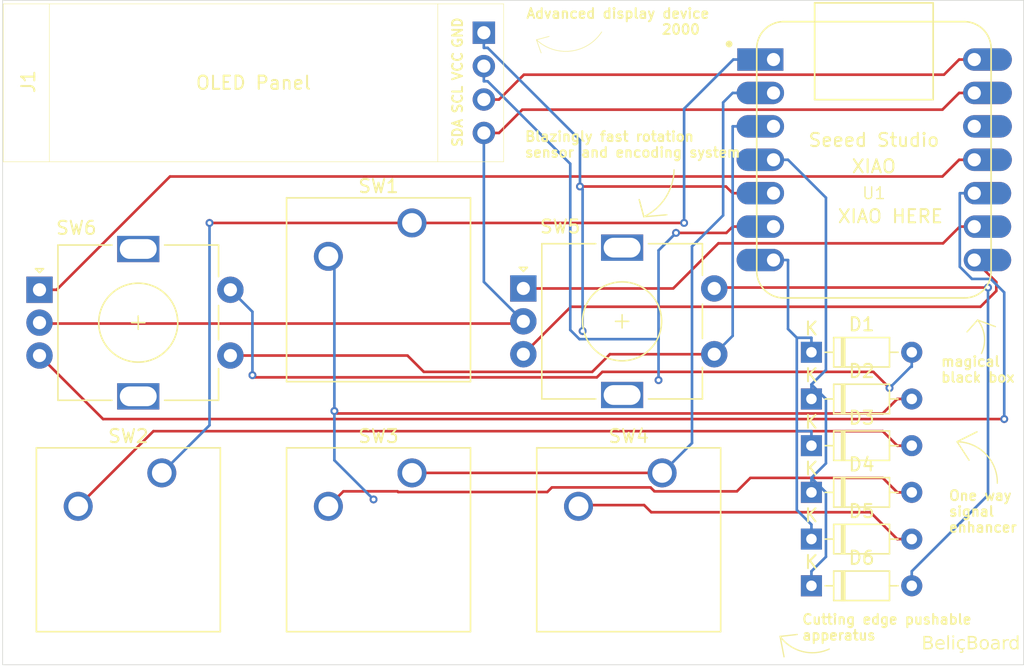
<source format=kicad_pcb>
(kicad_pcb (version 20240108) (generator "pcbnew") (generator_version "8.0")
  (layers (0 "F.Cu" signal) (31 "B.Cu" signal) (34 "B.Paste" user) (35 "F.Paste" user) (36 "B.SilkS" user "B.Silkscreen") (37 "F.SilkS" user "F.Silkscreen") (38 "B.Mask" user) (39 "F.Mask" user) (44 "Edge.Cuts" user))
  (net 0 "")
  (net 1 "Net-(D1-A)")
  (net 2 "Net-(D1-K)")
  (net 3 "Net-(D2-A)")
  (net 4 "Net-(D2-K)")
  (net 5 "Net-(D3-A)")
  (net 6 "Net-(D4-A)")
  (net 7 "Net-(D5-A)")
  (net 8 "Net-(D6-A)")
  (net 9 "Net-(J1-Pin_1)")
  (net 10 "Net-(J1-Pin_2)")
  (net 11 "VCC")
  (net 12 "GND")
  (net 13 "Net-(U1-PA02_A0_D0)")
  (net 14 "Net-(U1-PA4_A1_D1)")
  (net 15 "Net-(U1-PA10_A2_D2)")
  (net 16 "Net-(U1-PA7_A8_D8_SCK)")
  (net 17 "Net-(U1-PB09_A7_D7_RX)")
  (net 18 "Net-(U1-PA5_A9_D9_MISO)")
  (net 19 "Net-(U1-PA6_A10_D10_MOSI)")
  (footprint "Diode_THT:D_DO-35_SOD27_P7.62mm_Horizontal" (layer "F.Cu") (at 93.88 92.45)
    (property "Reference" "D5" (at 3.81 -2.12 0) (layer "F.SilkS"))
    (property "Value" "D")
    (fp_line (start 1.04 0) (end 1.69 0) (stroke (width 0.12)) (layer "F.SilkS"))
    (fp_line (start 1.69 -1.12) (end 1.69 1.12) (stroke (width 0.12)) (layer "F.SilkS"))
    (fp_line (start 1.69 1.12) (end 5.93 1.12) (stroke (width 0.12)) (layer "F.SilkS"))
    (fp_line (start 2.29 -1.12) (end 2.29 1.12) (stroke (width 0.12)) (layer "F.SilkS"))
    (fp_line (start 2.41 -1.12) (end 2.41 1.12) (stroke (width 0.12)) (layer "F.SilkS"))
    (fp_line (start 2.53 -1.12) (end 2.53 1.12) (stroke (width 0.12)) (layer "F.SilkS"))
    (fp_line (start 5.93 -1.12) (end 1.69 -1.12) (stroke (width 0.12)) (layer "F.SilkS"))
    (fp_line (start 5.93 1.12) (end 5.93 -1.12) (stroke (width 0.12)) (layer "F.SilkS"))
    (fp_line (start 6.58 0) (end 5.93 0) (stroke (width 0.12)) (layer "F.SilkS"))
    (fp_text user "K" (at 0 -1.8 0) (layer "F.SilkS"))
    (pad "1" thru_hole rect (at 0 0) (size 1.6 1.6) (drill 0.8) (layers "*.Cu" "*.Mask") (net 2 "Net-(D1-K)"))
    (pad "2" thru_hole oval (at 7.62 0) (size 1.6 1.6) (drill 0.8) (layers "*.Cu" "*.Mask") (net 7 "Net-(D5-A)"))
  )
  (footprint "Diode_THT:D_DO-35_SOD27_P7.62mm_Horizontal" (layer "F.Cu") (at 93.88 85.35)
    (property "Reference" "D3" (at 3.81 -2.12 0) (layer "F.SilkS"))
    (property "Value" "D")
    (fp_line (start 1.04 0) (end 1.69 0) (stroke (width 0.12)) (layer "F.SilkS"))
    (fp_line (start 1.69 -1.12) (end 1.69 1.12) (stroke (width 0.12)) (layer "F.SilkS"))
    (fp_line (start 1.69 1.12) (end 5.93 1.12) (stroke (width 0.12)) (layer "F.SilkS"))
    (fp_line (start 2.29 -1.12) (end 2.29 1.12) (stroke (width 0.12)) (layer "F.SilkS"))
    (fp_line (start 2.41 -1.12) (end 2.41 1.12) (stroke (width 0.12)) (layer "F.SilkS"))
    (fp_line (start 2.53 -1.12) (end 2.53 1.12) (stroke (width 0.12)) (layer "F.SilkS"))
    (fp_line (start 5.93 -1.12) (end 1.69 -1.12) (stroke (width 0.12)) (layer "F.SilkS"))
    (fp_line (start 5.93 1.12) (end 5.93 -1.12) (stroke (width 0.12)) (layer "F.SilkS"))
    (fp_line (start 6.58 0) (end 5.93 0) (stroke (width 0.12)) (layer "F.SilkS"))
    (fp_text user "K" (at 0 -1.8 0) (layer "F.SilkS"))
    (pad "1" thru_hole rect (at 0 0) (size 1.6 1.6) (drill 0.8) (layers "*.Cu" "*.Mask") (net 2 "Net-(D1-K)"))
    (pad "2" thru_hole oval (at 7.62 0) (size 1.6 1.6) (drill 0.8) (layers "*.Cu" "*.Mask") (net 5 "Net-(D3-A)"))
  )
  (footprint "Diode_THT:D_DO-35_SOD27_P7.62mm_Horizontal" (layer "F.Cu") (at 93.88 88.9)
    (property "Reference" "D4" (at 3.81 -2.12 0) (layer "F.SilkS"))
    (property "Value" "D")
    (fp_line (start 1.04 0) (end 1.69 0) (stroke (width 0.12)) (layer "F.SilkS"))
    (fp_line (start 1.69 -1.12) (end 1.69 1.12) (stroke (width 0.12)) (layer "F.SilkS"))
    (fp_line (start 1.69 1.12) (end 5.93 1.12) (stroke (width 0.12)) (layer "F.SilkS"))
    (fp_line (start 2.29 -1.12) (end 2.29 1.12) (stroke (width 0.12)) (layer "F.SilkS"))
    (fp_line (start 2.41 -1.12) (end 2.41 1.12) (stroke (width 0.12)) (layer "F.SilkS"))
    (fp_line (start 2.53 -1.12) (end 2.53 1.12) (stroke (width 0.12)) (layer "F.SilkS"))
    (fp_line (start 5.93 -1.12) (end 1.69 -1.12) (stroke (width 0.12)) (layer "F.SilkS"))
    (fp_line (start 5.93 1.12) (end 5.93 -1.12) (stroke (width 0.12)) (layer "F.SilkS"))
    (fp_line (start 6.58 0) (end 5.93 0) (stroke (width 0.12)) (layer "F.SilkS"))
    (fp_text user "K" (at 0 -1.8 0) (layer "F.SilkS"))
    (pad "1" thru_hole rect (at 0 0) (size 1.6 1.6) (drill 0.8) (layers "*.Cu" "*.Mask") (net 4 "Net-(D2-K)"))
    (pad "2" thru_hole oval (at 7.62 0) (size 1.6 1.6) (drill 0.8) (layers "*.Cu" "*.Mask") (net 6 "Net-(D4-A)"))
  )
  (footprint "Diode_THT:D_DO-35_SOD27_P7.62mm_Horizontal" (layer "F.Cu") (at 93.88 78.25)
    (property "Reference" "D1" (at 3.81 -2.12 0) (layer "F.SilkS"))
    (property "Value" "D")
    (fp_line (start 1.04 0) (end 1.69 0) (stroke (width 0.12)) (layer "F.SilkS"))
    (fp_line (start 1.69 -1.12) (end 1.69 1.12) (stroke (width 0.12)) (layer "F.SilkS"))
    (fp_line (start 1.69 1.12) (end 5.93 1.12) (stroke (width 0.12)) (layer "F.SilkS"))
    (fp_line (start 2.29 -1.12) (end 2.29 1.12) (stroke (width 0.12)) (layer "F.SilkS"))
    (fp_line (start 2.41 -1.12) (end 2.41 1.12) (stroke (width 0.12)) (layer "F.SilkS"))
    (fp_line (start 2.53 -1.12) (end 2.53 1.12) (stroke (width 0.12)) (layer "F.SilkS"))
    (fp_line (start 5.93 -1.12) (end 1.69 -1.12) (stroke (width 0.12)) (layer "F.SilkS"))
    (fp_line (start 5.93 1.12) (end 5.93 -1.12) (stroke (width 0.12)) (layer "F.SilkS"))
    (fp_line (start 6.58 0) (end 5.93 0) (stroke (width 0.12)) (layer "F.SilkS"))
    (fp_text user "K" (at 0 -1.8 0) (layer "F.SilkS"))
    (pad "1" thru_hole rect (at 0 0) (size 1.6 1.6) (drill 0.8) (layers "*.Cu" "*.Mask") (net 2 "Net-(D1-K)"))
    (pad "2" thru_hole oval (at 7.62 0) (size 1.6 1.6) (drill 0.8) (layers "*.Cu" "*.Mask") (net 1 "Net-(D1-A)"))
  )
  (footprint "Button_Switch_Keyboard:SW_Cherry_MX_1.00u_PCB" (layer "F.Cu") (at 82.54 87.42)
    (property "Reference" "SW4" (at -2.54 -2.794 0) (layer "F.SilkS"))
    (property "Value" "SW_Push_45deg")
    (fp_line (start -9.525 -1.905) (end 4.445 -1.905) (stroke (width 0.12)) (layer "F.SilkS"))
    (fp_line (start -9.525 12.065) (end -9.525 -1.905) (stroke (width 0.12)) (layer "F.SilkS"))
    (fp_line (start 4.445 -1.905) (end 4.445 12.065) (stroke (width 0.12)) (layer "F.SilkS"))
    (fp_line (start 4.445 12.065) (end -9.525 12.065) (stroke (width 0.12)) (layer "F.SilkS"))
    (pad "" np_thru_hole circle (at -7.62 5.08) (size 1.7 1.7) (drill 1.7) (layers "*.Cu" "*.Mask"))
    (pad "" np_thru_hole circle (at -2.54 5.08) (size 4 4) (drill 4) (layers "*.Cu" "*.Mask"))
    (pad "" np_thru_hole circle (at 2.54 5.08) (size 1.7 1.7) (drill 1.7) (layers "*.Cu" "*.Mask"))
    (pad "1" thru_hole circle (at 0 0) (size 2.2 2.2) (drill 1.5) (layers "*.Cu" "*.Mask") (net 14 "Net-(U1-PA4_A1_D1)"))
    (pad "2" thru_hole circle (at -6.35 2.54) (size 2.2 2.2) (drill 1.5) (layers "*.Cu" "*.Mask") (net 7 "Net-(D5-A)"))
  )
  (footprint "Button_Switch_Keyboard:SW_Cherry_MX_1.00u_PCB" (layer "F.Cu") (at 63.54 68.42)
    (property "Reference" "SW1" (at -2.54 -2.794 0) (layer "F.SilkS"))
    (property "Value" "SW_Push_45deg")
    (fp_line (start -9.525 -1.905) (end 4.445 -1.905) (stroke (width 0.12)) (layer "F.SilkS"))
    (fp_line (start -9.525 12.065) (end -9.525 -1.905) (stroke (width 0.12)) (layer "F.SilkS"))
    (fp_line (start 4.445 -1.905) (end 4.445 12.065) (stroke (width 0.12)) (layer "F.SilkS"))
    (fp_line (start 4.445 12.065) (end -9.525 12.065) (stroke (width 0.12)) (layer "F.SilkS"))
    (pad "" np_thru_hole circle (at -7.62 5.08) (size 1.7 1.7) (drill 1.7) (layers "*.Cu" "*.Mask"))
    (pad "" np_thru_hole circle (at -2.54 5.08) (size 4 4) (drill 4) (layers "*.Cu" "*.Mask"))
    (pad "" np_thru_hole circle (at 2.54 5.08) (size 1.7 1.7) (drill 1.7) (layers "*.Cu" "*.Mask"))
    (pad "1" thru_hole circle (at 0 0) (size 2.2 2.2) (drill 1.5) (layers "*.Cu" "*.Mask") (net 13 "Net-(U1-PA02_A0_D0)"))
    (pad "2" thru_hole circle (at -6.35 2.54) (size 2.2 2.2) (drill 1.5) (layers "*.Cu" "*.Mask") (net 3 "Net-(D2-A)"))
  )
  (footprint "Button_Switch_Keyboard:SW_Cherry_MX_1.00u_PCB" (layer "F.Cu") (at 44.54 87.42)
    (property "Reference" "SW2" (at -2.54 -2.794 0) (layer "F.SilkS"))
    (property "Value" "SW_Push_45deg")
    (fp_line (start -9.525 -1.905) (end 4.445 -1.905) (stroke (width 0.12)) (layer "F.SilkS"))
    (fp_line (start -9.525 12.065) (end -9.525 -1.905) (stroke (width 0.12)) (layer "F.SilkS"))
    (fp_line (start 4.445 -1.905) (end 4.445 12.065) (stroke (width 0.12)) (layer "F.SilkS"))
    (fp_line (start 4.445 12.065) (end -9.525 12.065) (stroke (width 0.12)) (layer "F.SilkS"))
    (pad "" np_thru_hole circle (at -7.62 5.08) (size 1.7 1.7) (drill 1.7) (layers "*.Cu" "*.Mask"))
    (pad "" np_thru_hole circle (at -2.54 5.08) (size 4 4) (drill 4) (layers "*.Cu" "*.Mask"))
    (pad "" np_thru_hole circle (at 2.54 5.08) (size 1.7 1.7) (drill 1.7) (layers "*.Cu" "*.Mask"))
    (pad "1" thru_hole circle (at 0 0) (size 2.2 2.2) (drill 1.5) (layers "*.Cu" "*.Mask") (net 13 "Net-(U1-PA02_A0_D0)"))
    (pad "2" thru_hole circle (at -6.35 2.54) (size 2.2 2.2) (drill 1.5) (layers "*.Cu" "*.Mask") (net 5 "Net-(D3-A)"))
  )
  (footprint "Diode_THT:D_DO-35_SOD27_P7.62mm_Horizontal" (layer "F.Cu") (at 93.88 81.8)
    (property "Reference" "D2" (at 3.81 -2.12 0) (layer "F.SilkS"))
    (property "Value" "D")
    (fp_line (start 1.04 0) (end 1.69 0) (stroke (width 0.12)) (layer "F.SilkS"))
    (fp_line (start 1.69 -1.12) (end 1.69 1.12) (stroke (width 0.12)) (layer "F.SilkS"))
    (fp_line (start 1.69 1.12) (end 5.93 1.12) (stroke (width 0.12)) (layer "F.SilkS"))
    (fp_line (start 2.29 -1.12) (end 2.29 1.12) (stroke (width 0.12)) (layer "F.SilkS"))
    (fp_line (start 2.41 -1.12) (end 2.41 1.12) (stroke (width 0.12)) (layer "F.SilkS"))
    (fp_line (start 2.53 -1.12) (end 2.53 1.12) (stroke (width 0.12)) (layer "F.SilkS"))
    (fp_line (start 5.93 -1.12) (end 1.69 -1.12) (stroke (width 0.12)) (layer "F.SilkS"))
    (fp_line (start 5.93 1.12) (end 5.93 -1.12) (stroke (width 0.12)) (layer "F.SilkS"))
    (fp_line (start 6.58 0) (end 5.93 0) (stroke (width 0.12)) (layer "F.SilkS"))
    (fp_text user "K" (at 0 -1.8 0) (layer "F.SilkS"))
    (pad "1" thru_hole rect (at 0 0) (size 1.6 1.6) (drill 0.8) (layers "*.Cu" "*.Mask") (net 4 "Net-(D2-K)"))
    (pad "2" thru_hole oval (at 7.62 0) (size 1.6 1.6) (drill 0.8) (layers "*.Cu" "*.Mask") (net 3 "Net-(D2-A)"))
  )
  (footprint "Diode_THT:D_DO-35_SOD27_P7.62mm_Horizontal" (layer "F.Cu") (at 93.88 96)
    (property "Reference" "D6" (at 3.81 -2.12 0) (layer "F.SilkS"))
    (property "Value" "D")
    (fp_line (start 1.04 0) (end 1.69 0) (stroke (width 0.12)) (layer "F.SilkS"))
    (fp_line (start 1.69 -1.12) (end 1.69 1.12) (stroke (width 0.12)) (layer "F.SilkS"))
    (fp_line (start 1.69 1.12) (end 5.93 1.12) (stroke (width 0.12)) (layer "F.SilkS"))
    (fp_line (start 2.29 -1.12) (end 2.29 1.12) (stroke (width 0.12)) (layer "F.SilkS"))
    (fp_line (start 2.41 -1.12) (end 2.41 1.12) (stroke (width 0.12)) (layer "F.SilkS"))
    (fp_line (start 2.53 -1.12) (end 2.53 1.12) (stroke (width 0.12)) (layer "F.SilkS"))
    (fp_line (start 5.93 -1.12) (end 1.69 -1.12) (stroke (width 0.12)) (layer "F.SilkS"))
    (fp_line (start 5.93 1.12) (end 5.93 -1.12) (stroke (width 0.12)) (layer "F.SilkS"))
    (fp_line (start 6.58 0) (end 5.93 0) (stroke (width 0.12)) (layer "F.SilkS"))
    (fp_text user "K" (at 0 -1.8 0) (layer "F.SilkS"))
    (pad "1" thru_hole rect (at 0 0) (size 1.6 1.6) (drill 0.8) (layers "*.Cu" "*.Mask") (net 4 "Net-(D2-K)"))
    (pad "2" thru_hole oval (at 7.62 0) (size 1.6 1.6) (drill 0.8) (layers "*.Cu" "*.Mask") (net 8 "Net-(D6-A)"))
  )
  (footprint "footprints:XIAO-Generic-Hybrid-14P-2.54-21X17.8MM" (layer "F.Cu") (at 98.625 63.62)
    (property "Reference" "U1" (at 0 2.54 0) (layer "F.SilkS") (effects (font (size 0.889 0.889) (thickness 0.1016))))
    (property "Value" "MOUDLE-SEEEDUINO-XIAO" (hide yes))
    (fp_line (start -8.9 -8.5) (end -8.9 8.5) (stroke (width 0.127)) (layer "F.SilkS"))
    (fp_line (start -6.9 10.5) (end 6.9 10.5) (stroke (width 0.127)) (layer "F.SilkS"))
    (fp_line (start -4.5 -11.92403) (end 4.5 -11.92403) (stroke (width 0.127)) (layer "F.SilkS"))
    (fp_line (start -4.5 -4.57073) (end -4.5 -11.92403) (stroke (width 0.127)) (layer "F.SilkS"))
    (fp_line (start 4.5 -11.92403) (end 4.5 -4.57073) (stroke (width 0.127)) (layer "F.SilkS"))
    (fp_line (start 4.5 -4.57073) (end -4.5 -4.57073) (stroke (width 0.127)) (layer "F.SilkS"))
    (fp_line (start 6.9 -10.49909) (end -6.9 -10.49909) (stroke (width 0.127)) (layer "F.SilkS"))
    (fp_line (start 8.9 8.5) (end 8.9 -8.5) (stroke (width 0.127)) (layer "F.SilkS"))
    (fp_arc (start -8.9 -8.5) (mid -8.301491 -9.901491) (end -6.9 -10.5) (stroke (width 0.12)) (layer "F.SilkS"))
    (fp_arc (start -6.9 10.5) (mid -8.301423 9.901423) (end -8.9 8.5) (stroke (width 0.12)) (layer "F.SilkS"))
    (fp_arc (start 6.9 -10.5) (mid 8.301494 -9.901494) (end 8.9 -8.5) (stroke (width 0.12)) (layer "F.SilkS"))
    (fp_arc (start 8.9 8.5) (mid 8.314214 9.914214) (end 6.9 10.5) (stroke (width 0.12)) (layer "F.SilkS"))
    (fp_circle (center -11 -8.8) (end -11 -9.054) (fill solid) (layer "F.SilkS"))
    (fp_poly (pts (xy -8.887715 -8.561705) (xy -8.884667 -8.610473) (xy -8.880603 -8.659494)) (stroke (width 0.0254)) (fill none) (layer "F.SilkS"))
    (fp_poly (pts (xy 8.889492 8.521574) (xy 8.887713 8.57085) (xy 8.884665 8.619618) (xy 8.880601 8.668639) (xy 8.875268 8.717407) (xy 8.868664 8.766175) (xy 8.861044 8.81469) (xy 8.852153 8.86295) (xy 8.842248 8.910955)) (stroke (width 0.0254)) (fill none) (layer "F.SilkS"))
    (fp_text user "XIAO" (at 0 0.5 0) (layer "F.SilkS"))
    (fp_text user "Seeed Studio" (at 0 -1.5 0) (layer "F.SilkS"))
    (pad "1" thru_hole rect (at -7.625 -7.62) (size 3.5 1.7) (drill 1 (offset -1 0)) (layers "*.Cu" "*.Mask") (net 13 "Net-(U1-PA02_A0_D0)"))
    (pad "2" thru_hole oval (at -7.625 -5.08) (size 3.6 1.7) (drill 1 (offset -1 0)) (layers "*.Cu" "*.Mask") (net 14 "Net-(U1-PA4_A1_D1)"))
    (pad "3" thru_hole oval (at -7.625 -2.54) (size 3.6 1.7) (drill 1 (offset -1 0)) (layers "*.Cu" "*.Mask") (net 15 "Net-(U1-PA10_A2_D2)"))
    (pad "4" thru_hole oval (at -7.625 0) (size 3.6 1.7) (drill 1 (offset -1 0)) (layers "*.Cu" "*.Mask") (net 4 "Net-(D2-K)"))
    (pad "5" thru_hole oval (at -7.625 2.54) (size 3.6 1.7) (drill 1 (offset -1 0)) (layers "*.Cu" "*.Mask") (net 9 "Net-(J1-Pin_1)"))
    (pad "6" thru_hole oval (at -7.625 5.08 180) (size 3.6 1.7) (drill 1 (offset 1 0)) (layers "*.Cu" "*.Mask") (net 10 "Net-(J1-Pin_2)"))
    (pad "7" thru_hole oval (at -7.625 7.62) (size 3.6 1.7) (drill 1 (offset -1 0)) (layers "*.Cu" "*.Mask") (net 2 "Net-(D1-K)"))
    (pad "8" thru_hole oval (at 7.625 7.62) (size 3.6 1.7) (drill 1 (offset 1 0)) (layers "*.Cu" "*.Mask") (net 17 "Net-(U1-PB09_A7_D7_RX)"))
    (pad "9" thru_hole oval (at 7.625 5.08) (size 3.6 1.7) (drill 1 (offset 1 0)) (layers "*.Cu" "*.Mask") (net 16 "Net-(U1-PA7_A8_D8_SCK)"))
    (pad "10" thru_hole oval (at 7.625 2.54) (size 3.6 1.7) (drill 1 (offset 1 0)) (layers "*.Cu" "*.Mask") (net 18 "Net-(U1-PA5_A9_D9_MISO)"))
    (pad "11" thru_hole oval (at 7.625 0) (size 3.7 1.7) (drill 1 (offset 1 0)) (layers "*.Cu" "*.Mask") (net 19 "Net-(U1-PA6_A10_D10_MOSI)"))
    (pad "12" thru_hole oval (at 7.625 -2.54) (size 3.7 1.7) (drill 1 (offset 1 0)) (layers "*.Cu" "*.Mask"))
    (pad "13" thru_hole oval (at 7.625 -5.08) (size 3.7 1.7) (drill 1 (offset 1 0)) (layers "*.Cu" "*.Mask") (net 12 "GND"))
    (pad "14" thru_hole oval (at 7.625 -7.62) (size 3.7 1.7) (drill 1 (offset 1 0)) (layers "*.Cu" "*.Mask") (net 11 "VCC"))
  )
  (footprint "KiCad-SSD1306-0.91-OLED-4pin-128x32:SSD1306-0.91-OLED-4pin-128x32" (layer "F.Cu") (at 32.5 51.77)
    (property "Reference" "J1" (at 1.9 5.91 90) (layer "F.SilkS"))
    (property "Value" "OLED_DISPLAY")
    (fp_line (start 0 0) (end 0 12) (stroke (width 0.04)) (layer "F.SilkS"))
    (fp_line (start 0 12) (end 38 12) (stroke (width 0.04)) (layer "F.SilkS"))
    (fp_line (start 3.5 0) (end 3.5 12) (stroke (width 0.04)) (layer "F.SilkS"))
    (fp_line (start 33 0) (end 33 12) (stroke (width 0.04)) (layer "F.SilkS"))
    (fp_line (start 38 0) (end 0 0) (stroke (width 0.04)) (layer "F.SilkS"))
    (fp_line (start 38 12) (end 38 0) (stroke (width 0.04)) (layer "F.SilkS"))
    (fp_text user "SCL" (at 34.5 7.27 90) (layer "F.SilkS") (effects (font (size 0.75 0.75))))
    (fp_text user "GND" (at 34.5 2.19 90) (layer "F.SilkS") (effects (font (size 0.75 0.75))))
    (fp_text user "VCC" (at 34.5 4.73 90) (layer "F.SilkS") (effects (font (size 0.75 0.75))))
    (fp_text user "OLED Panel" (at 19 6 0) (layer "F.SilkS"))
    (fp_text user "SDA" (at 34.5 9.81 90) (layer "F.SilkS") (effects (font (size 0.75 0.75))))
    (pad "1" thru_hole rect (at 36.5 2.19) (size 1.7 1.7) (drill 1) (layers "*.Cu" "*.Mask") (net 9 "Net-(J1-Pin_1)"))
    (pad "2" thru_hole oval (at 36.5 4.73) (size 1.7 1.7) (drill 1) (layers "*.Cu" "*.Mask") (net 10 "Net-(J1-Pin_2)"))
    (pad "3" thru_hole oval (at 36.5 7.27) (size 1.7 1.7) (drill 1) (layers "*.Cu" "*.Mask") (net 11 "VCC"))
    (pad "4" thru_hole oval (at 36.5 9.81) (size 1.7 1.7) (drill 1) (layers "*.Cu" "*.Mask") (net 12 "GND"))
  )
  (footprint "Button_Switch_Keyboard:SW_Cherry_MX_1.00u_PCB" (layer "F.Cu") (at 63.54 87.42)
    (property "Reference" "SW3" (at -2.54 -2.794 0) (layer "F.SilkS"))
    (property "Value" "SW_Push_45deg")
    (fp_line (start -9.525 -1.905) (end 4.445 -1.905) (stroke (width 0.12)) (layer "F.SilkS"))
    (fp_line (start -9.525 12.065) (end -9.525 -1.905) (stroke (width 0.12)) (layer "F.SilkS"))
    (fp_line (start 4.445 -1.905) (end 4.445 12.065) (stroke (width 0.12)) (layer "F.SilkS"))
    (fp_line (start 4.445 12.065) (end -9.525 12.065) (stroke (width 0.12)) (layer "F.SilkS"))
    (pad "" np_thru_hole circle (at -7.62 5.08) (size 1.7 1.7) (drill 1.7) (layers "*.Cu" "*.Mask"))
    (pad "" np_thru_hole circle (at -2.54 5.08) (size 4 4) (drill 4) (layers "*.Cu" "*.Mask"))
    (pad "" np_thru_hole circle (at 2.54 5.08) (size 1.7 1.7) (drill 1.7) (layers "*.Cu" "*.Mask"))
    (pad "1" thru_hole circle (at 0 0) (size 2.2 2.2) (drill 1.5) (layers "*.Cu" "*.Mask") (net 14 "Net-(U1-PA4_A1_D1)"))
    (pad "2" thru_hole circle (at -6.35 2.54) (size 2.2 2.2) (drill 1.5) (layers "*.Cu" "*.Mask") (net 6 "Net-(D4-A)"))
  )
  (footprint "Rotary_Encoder:RotaryEncoder_Alps_EC11E-Switch_Vertical_H20mm" (layer "F.Cu") (at 72 73.4)
    (property "Reference" "SW5" (at 2.8 -4.7 0) (layer "F.SilkS"))
    (property "Value" "RotaryEncoder_Switch")
    (fp_line (start -0.3 -1.6) (end 0.3 -1.6) (stroke (width 0.12)) (layer "F.SilkS"))
    (fp_line (start 0 -1.3) (end -0.3 -1.6) (stroke (width 0.12)) (layer "F.SilkS"))
    (fp_line (start 0.3 -1.6) (end 0 -1.3) (stroke (width 0.12)) (layer "F.SilkS"))
    (fp_line (start 1.4 -3.4) (end 1.4 8.4) (stroke (width 0.12)) (layer "F.SilkS"))
    (fp_line (start 5.5 -3.4) (end 1.4 -3.4) (stroke (width 0.12)) (layer "F.SilkS"))
    (fp_line (start 5.5 8.4) (end 1.4 8.4) (stroke (width 0.12)) (layer "F.SilkS"))
    (fp_line (start 7 2.5) (end 8 2.5) (stroke (width 0.12)) (layer "F.SilkS"))
    (fp_line (start 7.5 2) (end 7.5 3) (stroke (width 0.12)) (layer "F.SilkS"))
    (fp_line (start 9.5 -3.4) (end 13.6 -3.4) (stroke (width 0.12)) (layer "F.SilkS"))
    (fp_line (start 13.6 -3.4) (end 13.6 -1) (stroke (width 0.12)) (layer "F.SilkS"))
    (fp_line (start 13.6 1.2) (end 13.6 3.8) (stroke (width 0.12)) (layer "F.SilkS"))
    (fp_line (start 13.6 6) (end 13.6 8.4) (stroke (width 0.12)) (layer "F.SilkS"))
    (fp_line (start 13.6 8.4) (end 9.5 8.4) (stroke (width 0.12)) (layer "F.SilkS"))
    (fp_circle (center 7.5 2.5) (end 10.5 2.5) (stroke (width 0.12)) (fill none) (layer "F.SilkS"))
    (pad "A" thru_hole rect (at 0 0) (size 2 2) (drill 1) (layers "*.Cu" "*.Mask") (net 16 "Net-(U1-PA7_A8_D8_SCK)"))
    (pad "B" thru_hole circle (at 0 5) (size 2 2) (drill 1) (layers "*.Cu" "*.Mask") (net 17 "Net-(U1-PB09_A7_D7_RX)"))
    (pad "C" thru_hole circle (at 0 2.5) (size 2 2) (drill 1) (layers "*.Cu" "*.Mask") (net 12 "GND"))
    (pad "MP" thru_hole rect (at 7.5 -3.1) (size 3.2 2) (drill oval 2.8 1.5) (layers "*.Cu" "*.Mask"))
    (pad "MP" thru_hole rect (at 7.5 8.1) (size 3.2 2) (drill oval 2.8 1.5) (layers "*.Cu" "*.Mask"))
    (pad "S1" thru_hole circle (at 14.5 5) (size 2 2) (drill 1) (layers "*.Cu" "*.Mask") (net 15 "Net-(U1-PA10_A2_D2)"))
    (pad "S2" thru_hole circle (at 14.5 0) (size 2 2) (drill 1) (layers "*.Cu" "*.Mask") (net 8 "Net-(D6-A)"))
  )
  (footprint "Rotary_Encoder:RotaryEncoder_Alps_EC11E-Switch_Vertical_H20mm" (layer "F.Cu") (at 35.25 73.5)
    (property "Reference" "SW6" (at 2.8 -4.7 0) (layer "F.SilkS"))
    (property "Value" "RotaryEncoder_Switch")
    (fp_line (start -0.3 -1.6) (end 0.3 -1.6) (stroke (width 0.12)) (layer "F.SilkS"))
    (fp_line (start 0 -1.3) (end -0.3 -1.6) (stroke (width 0.12)) (layer "F.SilkS"))
    (fp_line (start 0.3 -1.6) (end 0 -1.3) (stroke (width 0.12)) (layer "F.SilkS"))
    (fp_line (start 1.4 -3.4) (end 1.4 8.4) (stroke (width 0.12)) (layer "F.SilkS"))
    (fp_line (start 5.5 -3.4) (end 1.4 -3.4) (stroke (width 0.12)) (layer "F.SilkS"))
    (fp_line (start 5.5 8.4) (end 1.4 8.4) (stroke (width 0.12)) (layer "F.SilkS"))
    (fp_line (start 7 2.5) (end 8 2.5) (stroke (width 0.12)) (layer "F.SilkS"))
    (fp_line (start 7.5 2) (end 7.5 3) (stroke (width 0.12)) (layer "F.SilkS"))
    (fp_line (start 9.5 -3.4) (end 13.6 -3.4) (stroke (width 0.12)) (layer "F.SilkS"))
    (fp_line (start 13.6 -3.4) (end 13.6 -1) (stroke (width 0.12)) (layer "F.SilkS"))
    (fp_line (start 13.6 1.2) (end 13.6 3.8) (stroke (width 0.12)) (layer "F.SilkS"))
    (fp_line (start 13.6 6) (end 13.6 8.4) (stroke (width 0.12)) (layer "F.SilkS"))
    (fp_line (start 13.6 8.4) (end 9.5 8.4) (stroke (width 0.12)) (layer "F.SilkS"))
    (fp_circle (center 7.5 2.5) (end 10.5 2.5) (stroke (width 0.12)) (fill none) (layer "F.SilkS"))
    (pad "A" thru_hole rect (at 0 0) (size 2 2) (drill 1) (layers "*.Cu" "*.Mask") (net 19 "Net-(U1-PA6_A10_D10_MOSI)"))
    (pad "B" thru_hole circle (at 0 5) (size 2 2) (drill 1) (layers "*.Cu" "*.Mask") (net 18 "Net-(U1-PA5_A9_D9_MISO)"))
    (pad "C" thru_hole circle (at 0 2.5) (size 2 2) (drill 1) (layers "*.Cu" "*.Mask") (net 12 "GND"))
    (pad "MP" thru_hole rect (at 7.5 -3.1) (size 3.2 2) (drill oval 2.8 1.5) (layers "*.Cu" "*.Mask"))
    (pad "MP" thru_hole rect (at 7.5 8.1) (size 3.2 2) (drill oval 2.8 1.5) (layers "*.Cu" "*.Mask"))
    (pad "S1" thru_hole circle (at 14.5 5) (size 2 2) (drill 1) (layers "*.Cu" "*.Mask") (net 15 "Net-(U1-PA10_A2_D2)"))
    (pad "S2" thru_hole circle (at 14.5 0) (size 2 2) (drill 1) (layers "*.Cu" "*.Mask") (net 1 "Net-(D1-A)"))
  )
  (gr_arc (start 77.95 53.9) (mid 75.612159 55.355675) (end 72.994921 54.498614) (stroke (width 0.05)) (layer "F.SilkS"))
  (gr_line (start 91.5 99.85) (end 91.8 101.4) (stroke (width 0.1)) (layer "F.SilkS"))
  (gr_line (start 91.5 99.85) (end 92.8 99.7) (stroke (width 0.1)) (layer "F.SilkS"))
  (gr_line (start 81.15 67.949999) (end 82.9 67.8) (stroke (width 0.1)) (layer "F.SilkS"))
  (gr_arc (start 104.943663 85.049904) (mid 107.12518 85.991049) (end 108 88.2) (stroke (width 0.1)) (layer "F.SilkS"))
  (gr_arc (start 95.230242 100.807441) (mid 93.194185 100.994698) (end 91.5 99.85) (stroke (width 0.1)) (layer "F.SilkS"))
  (gr_line (start 72.994921 54.498614) (end 73.961045 54.240537) (stroke (width 0.05)) (layer "F.SilkS"))
  (gr_line (start 106.5 75.8) (end 105.699993 76.699993) (stroke (width 0.1)) (layer "F.SilkS"))
  (gr_line (start 72.994921 54.498614) (end 73.35 55.5) (stroke (width 0.05)) (layer "F.SilkS"))
  (gr_line (start 106.45 84.3) (end 104.943663 85.049904) (stroke (width 0.1)) (layer "F.SilkS"))
  (gr_line (start 106.5 75.8) (end 107.85 76.3) (stroke (width 0.1)) (layer "F.SilkS"))
  (gr_line (start 80.8 66.65) (end 81.149989 67.950002) (stroke (width 0.1)) (layer "F.SilkS"))
  (gr_arc (start 83.447029 64.380935) (mid 82.803812 66.490674) (end 81.15 67.949999) (stroke (width 0.1)) (layer "F.SilkS"))
  (gr_line (start 104.943663 85.049904) (end 106.45 84.3) (stroke (width 0.1)) (layer "F.SilkS"))
  (gr_line (start 104.943663 85.049904) (end 105.85 86.45) (stroke (width 0.1)) (layer "F.SilkS"))
  (gr_arc (start 106.5 75.8) (mid 107.016085 77.02772) (end 106.792359 78.340575) (stroke (width 0.1)) (layer "F.SilkS"))
  (gr_line (start 81.15 67.949999) (end 80.8 66.65) (stroke (width 0.1)) (layer "F.SilkS"))
  (gr_rect (start 32.45 51.5) (end 110 102) (stroke (width 0.05)) (fill none) (layer "Edge.Cuts"))
  (gr_text "Advanced display device \n                  2000" (at 72.15 54.15 0) (layer "F.SilkS") (effects (font (size 0.75 0.75)) (justify left bottom)))
  (gr_text "XIAO HERE\n" (at 95.8 68.5 0) (layer "F.SilkS") (effects (font (size 1 1)) (justify left bottom)))
  (gr_text "One way\nsignal\nenhancer" (at 104.25 92 0) (layer "F.SilkS") (effects (font (size 0.75 0.75)) (justify left bottom)))
  (gr_text "BeliçBoard" (at 102.25 101 0) (layer "F.SilkS") (effects (font (size 1 1)) (justify left bottom)))
  (gr_text "magical\nblack box" (at 103.65 80.6 0) (layer "F.SilkS") (effects (font (size 0.75 0.75)) (justify left bottom)))
  (gr_text "Blazingly fast rotation\nsensor and encoding system" (at 72.05 63.5 0) (layer "F.SilkS") (effects (font (size 0.75 0.75)) (justify left bottom)))
  (gr_text "Cutting edge pushable\napperatus" (at 93.1 100.2 0) (layer "F.SilkS") (effects (font (size 0.75 0.75)) (justify left bottom)))
  (segment (start 99.81 80.9675) (end 98.5838 79.7413) (width 0.2) (layer "F.Cu") (net 1))
  (segment (start 77.5854 80.1558) (end 51.5869 80.1558) (width 0.2) (layer "F.Cu") (net 1))
  (segment (start 77.9999 79.7413) (end 77.5854 80.1558) (width 0.2) (layer "F.Cu") (net 1))
  (segment (start 98.5838 79.7413) (end 77.9999 79.7413) (width 0.2) (layer "F.Cu") (net 1))
  (segment (start 51.5869 80.1558) (end 51.4223 79.9912) (width 0.2) (layer "F.Cu") (net 1))
  (via (at 99.81 80.9675) (size 0.6) (drill 0.3) (layers "F.Cu" "B.Cu") (net 1))
  (via (at 51.4223 79.9912) (size 0.6) (drill 0.3) (layers "F.Cu" "B.Cu") (net 1))
  (segment (start 51.4223 75.1723) (end 49.75 73.5) (width 0.2) (layer "B.Cu") (net 1))
  (segment (start 51.4223 79.9912) (end 51.4223 75.1723) (width 0.2) (layer "B.Cu") (net 1))
  (segment (start 99.81 80.9675) (end 101.4258 79.3517) (width 0.2) (layer "B.Cu") (net 1))
  (segment (start 101.4258 79.3517) (end 101.5 79.3517) (width 0.2) (layer "B.Cu") (net 1))
  (segment (start 101.5 78.25) (end 101.5 79.3517) (width 0.2) (layer "B.Cu") (net 1))
  (segment (start 92.1017 76.4814) (end 92.7686 77.1483) (width 0.2) (layer "B.Cu") (net 2))
  (segment (start 92.7686 77.1483) (end 93.88 77.1483) (width 0.2) (layer "B.Cu") (net 2))
  (segment (start 93.88 85.35) (end 93.88 84.2483) (width 0.2) (layer "B.Cu") (net 2))
  (segment (start 92.7686 77.1483) (end 92.7686 84.2483) (width 0.2) (layer "B.Cu") (net 2))
  (segment (start 91 71.24) (end 92.1017 71.24) (width 0.2) (layer "B.Cu") (net 2))
  (segment (start 93.88 78.25) (end 93.88 77.1483) (width 0.2) (layer "B.Cu") (net 2))
  (segment (start 92.1017 71.24) (end 92.1017 76.4814) (width 0.2) (layer "B.Cu") (net 2))
  (segment (start 92.7686 84.2483) (end 93.88 84.2483) (width 0.2) (layer "B.Cu") (net 2))
  (segment (start 92.7686 90.2369) (end 93.88 91.3483) (width 0.2) (layer "B.Cu") (net 2))
  (segment (start 92.7686 84.2483) (end 92.7686 90.2369) (width 0.2) (layer "B.Cu") (net 2))
  (segment (start 93.88 92.45) (end 93.88 91.3483) (width 0.2) (layer "B.Cu") (net 2))
  (segment (start 57.8316 82.9017) (end 57.6469 82.717) (width 0.2) (layer "F.Cu") (net 3))
  (segment (start 101.5 81.8) (end 100.3983 81.8) (width 0.2) (layer "F.Cu") (net 3))
  (segment (start 100.3983 81.8) (end 99.2966 82.9017) (width 0.2) (layer "F.Cu") (net 3))
  (segment (start 99.2966 82.9017) (end 57.8316 82.9017) (width 0.2) (layer "F.Cu") (net 3))
  (via (at 60.6224 89.437) (size 0.6) (drill 0.3) (layers "F.Cu" "B.Cu") (net 3))
  (via (at 57.6469 82.717) (size 0.6) (drill 0.3) (layers "F.Cu" "B.Cu") (net 3))
  (segment (start 57.6469 71.4169) (end 57.6469 82.717) (width 0.2) (layer "B.Cu") (net 3))
  (segment (start 57.19 70.96) (end 57.6469 71.4169) (width 0.2) (layer "B.Cu") (net 3))
  (segment (start 57.6469 86.4615) (end 57.6469 82.717) (width 0.2) (layer "B.Cu") (net 3))
  (segment (start 60.6224 89.437) (end 57.6469 86.4615) (width 0.2) (layer "B.Cu") (net 3))
  (segment (start 93.88 96) (end 93.88 94.8983) (width 0.2) (layer "B.Cu") (net 4))
  (segment (start 93.88 87.7983) (end 94.9817 88.9) (width 0.2) (layer "B.Cu") (net 4))
  (segment (start 93.88 88.9) (end 93.88 87.7983) (width 0.2) (layer "B.Cu") (net 4))
  (segment (start 93.88 80.6983) (end 94.9817 81.8) (width 0.2) (layer "B.Cu") (net 4))
  (segment (start 94.9817 93.7966) (end 93.88 94.8983) (width 0.2) (layer "B.Cu") (net 4))
  (segment (start 94.9817 86.6966) (end 93.88 87.7983) (width 0.2) (layer "B.Cu") (net 4))
  (segment (start 91 63.62) (end 92.1017 63.62) (width 0.2) (layer "B.Cu") (net 4))
  (segment (start 93.88 81.8) (end 93.88 80.6983) (width 0.2) (layer "B.Cu") (net 4))
  (segment (start 94.9817 81.8) (end 94.9817 86.6966) (width 0.2) (layer "B.Cu") (net 4))
  (segment (start 94.9817 79.5966) (end 93.88 80.6983) (width 0.2) (layer "B.Cu") (net 4))
  (segment (start 94.9817 66.5) (end 94.9817 79.5966) (width 0.2) (layer "B.Cu") (net 4))
  (segment (start 94.9817 88.9) (end 94.9817 93.7966) (width 0.2) (layer "B.Cu") (net 4))
  (segment (start 92.1017 63.62) (end 94.9817 66.5) (width 0.2) (layer "B.Cu") (net 4))
  (segment (start 38.19 89.96) (end 43.9017 84.2483) (width 0.2) (layer "F.Cu") (net 5))
  (segment (start 101.5 85.35) (end 100.3983 85.35) (width 0.2) (layer "F.Cu") (net 5))
  (segment (start 43.9017 84.2483) (end 99.2966 84.2483) (width 0.2) (layer "F.Cu") (net 5))
  (segment (start 99.2966 84.2483) (end 100.3983 85.35) (width 0.2) (layer "F.Cu") (net 5))
  (segment (start 62.4931 88.8727) (end 73.8174 88.8727) (width 0.2) (layer "F.Cu") (net 6))
  (segment (start 74.1662 88.5239) (end 81.6616 88.5239) (width 0.2) (layer "F.Cu") (net 6))
  (segment (start 99.2966 87.7983) (end 100.3983 88.9) (width 0.2) (layer "F.Cu") (net 6))
  (segment (start 89.2455 87.7983) (end 99.2966 87.7983) (width 0.2) (layer "F.Cu") (net 6))
  (segment (start 88.2221 88.8217) (end 89.2455 87.7983) (width 0.2) (layer "F.Cu") (net 6))
  (segment (start 62.4406 88.8202) (end 62.4931 88.8727) (width 0.2) (layer "F.Cu") (net 6))
  (segment (start 57.19 89.96) (end 58.3298 88.8202) (width 0.2) (layer "F.Cu") (net 6))
  (segment (start 81.6616 88.5239) (end 81.9594 88.8217) (width 0.2) (layer "F.Cu") (net 6))
  (segment (start 81.9594 88.8217) (end 88.2221 88.8217) (width 0.2) (layer "F.Cu") (net 6))
  (segment (start 101.5 88.9) (end 100.3983 88.9) (width 0.2) (layer "F.Cu") (net 6))
  (segment (start 73.8174 88.8727) (end 74.1662 88.5239) (width 0.2) (layer "F.Cu") (net 6))
  (segment (start 58.3298 88.8202) (end 62.4406 88.8202) (width 0.2) (layer "F.Cu") (net 6))
  (segment (start 98.3577 90.4094) (end 81.7159 90.4094) (width 0.2) (layer "F.Cu") (net 7))
  (segment (start 76.2823 89.8677) (end 76.19 89.96) (width 0.2) (layer "F.Cu") (net 7))
  (segment (start 81.1742 89.8677) (end 76.2823 89.8677) (width 0.2) (layer "F.Cu") (net 7))
  (segment (start 100.3983 92.45) (end 98.3577 90.4094) (width 0.2) (layer "F.Cu") (net 7))
  (segment (start 101.5 92.45) (end 100.3983 92.45) (width 0.2) (layer "F.Cu") (net 7))
  (segment (start 81.7159 90.4094) (end 81.1742 89.8677) (width 0.2) (layer "F.Cu") (net 7))
  (segment (start 86.5696 73.3304) (end 86.5 73.4) (width 0.2) (layer "F.Cu") (net 8))
  (segment (start 107.292 73.3304) (end 86.5696 73.3304) (width 0.2) (layer "F.Cu") (net 8))
  (via (at 107.292 73.3304) (size 0.6) (drill 0.3) (layers "F.Cu" "B.Cu") (net 8))
  (segment (start 107.292 89.1063) (end 101.5 94.8983) (width 0.2) (layer "B.Cu") (net 8))
  (segment (start 101.5 96) (end 101.5 94.8983) (width 0.2) (layer "B.Cu") (net 8))
  (segment (start 107.292 73.3304) (end 107.292 89.1063) (width 0.2) (layer "B.Cu") (net 8))
  (segment (start 87.8983 66.16) (end 87.3889 65.6506) (width 0.2) (layer "F.Cu") (net 9))
  (segment (start 87.3889 65.6506) (end 76.3009 65.6506) (width 0.2) (layer "F.Cu") (net 9))
  (segment (start 91 66.16) (end 87.8983 66.16) (width 0.2) (layer "F.Cu") (net 9))
  (via (at 76.3009 65.6506) (size 0.6) (drill 0.3) (layers "F.Cu" "B.Cu") (net 9))
  (via (at 76.5 76.6383) (size 0.6) (drill 0.3) (layers "F.Cu" "B.Cu") (net 9))
  (segment (start 76.3009 65.6506) (end 76.3009 62.1247) (width 0.2) (layer "B.Cu") (net 9))
  (segment (start 69.2879 55.1117) (end 69 55.1117) (width 0.2) (layer "B.Cu") (net 9))
  (segment (start 76.5 65.8497) (end 76.3009 65.6506) (width 0.2) (layer "B.Cu") (net 9))
  (segment (start 69 53.96) (end 69 55.1117) (width 0.2) (layer "B.Cu") (net 9))
  (segment (start 76.5 76.6383) (end 76.5 65.8497) (width 0.2) (layer "B.Cu") (net 9))
  (segment (start 76.3009 62.1247) (end 69.2879 55.1117) (width 0.2) (layer "B.Cu") (net 9))
  (segment (start 91 68.7) (end 87.8983 68.7) (width 0.2) (layer "F.Cu") (net 10))
  (segment (start 83.5967 69.1772) (end 87.4211 69.1772) (width 0.2) (layer "F.Cu") (net 10))
  (segment (start 87.4211 69.1772) (end 87.8983 68.7) (width 0.2) (layer "F.Cu") (net 10))
  (via (at 83.5967 69.1772) (size 0.6) (drill 0.3) (layers "F.Cu" "B.Cu") (net 10))
  (via (at 82.2671 80.3715) (size 0.6) (drill 0.3) (layers "F.Cu" "B.Cu") (net 10))
  (segment (start 75.5623 76.554) (end 76.2638 77.2555) (width 0.2) (layer "B.Cu") (net 10))
  (segment (start 69.2879 57.6517) (end 75.5623 63.9261) (width 0.2) (layer "B.Cu") (net 10))
  (segment (start 69 56.5) (end 69 57.6517) (width 0.2) (layer "B.Cu") (net 10))
  (segment (start 69 57.6517) (end 69.2879 57.6517) (width 0.2) (layer "B.Cu") (net 10))
  (segment (start 82.2671 70.5068) (end 83.5967 69.1772) (width 0.2) (layer "B.Cu") (net 10))
  (segment (start 75.5623 63.9261) (end 75.5623 76.554) (width 0.2) (layer "B.Cu") (net 10))
  (segment (start 82.2671 77.2555) (end 82.2671 70.5068) (width 0.2) (layer "B.Cu") (net 10))
  (segment (start 82.2671 77.2555) (end 82.2671 80.3715) (width 0.2) (layer "B.Cu") (net 10))
  (segment (start 76.2638 77.2555) (end 82.2671 77.2555) (width 0.2) (layer "B.Cu") (net 10))
  (segment (start 106.25 56) (end 105.0983 56) (width 0.2) (layer "F.Cu") (net 11))
  (segment (start 69 59.04) (end 70.1517 59.04) (width 0.2) (layer "F.Cu") (net 11))
  (segment (start 72.04 57.1517) (end 70.1517 59.04) (width 0.2) (layer "F.Cu") (net 11))
  (segment (start 105.0983 56) (end 103.9466 57.1517) (width 0.2) (layer "F.Cu") (net 11))
  (segment (start 103.9466 57.1517) (end 72.04 57.1517) (width 0.2) (layer "F.Cu") (net 11))
  (segment (start 70.1517 61.58) (end 71.9217 59.81) (width 0.2) (layer "F.Cu") (net 12))
  (segment (start 35.3187 76.0687) (end 71.8313 76.0687) (width 0.2) (layer "F.Cu") (net 12))
  (segment (start 103.8283 59.81) (end 105.0983 58.54) (width 0.2) (layer "F.Cu") (net 12))
  (segment (start 71.9217 59.81) (end 103.8283 59.81) (width 0.2) (layer "F.Cu") (net 12))
  (segment (start 35.25 76) (end 35.3187 76.0687) (width 0.2) (layer "F.Cu") (net 12))
  (segment (start 69 61.58) (end 70.1517 61.58) (width 0.2) (layer "F.Cu") (net 12))
  (segment (start 71.8313 76.0687) (end 72 75.9) (width 0.2) (layer "F.Cu") (net 12))
  (segment (start 106.25 58.54) (end 105.0983 58.54) (width 0.2) (layer "F.Cu") (net 12))
  (segment (start 72 75.9) (end 69 72.9) (width 0.2) (layer "B.Cu") (net 12))
  (segment (start 69 72.9) (end 69 61.58) (width 0.2) (layer "B.Cu") (net 12))
  (segment (start 48.1631 68.42) (end 63.54 68.42) (width 0.2) (layer "F.Cu") (net 13))
  (segment (start 84.2084 68.42) (end 63.54 68.42) (width 0.2) (layer "F.Cu") (net 13))
  (via (at 84.2084 68.42) (size 0.6) (drill 0.3) (layers "F.Cu" "B.Cu") (net 13))
  (via (at 48.1631 68.42) (size 0.6) (drill 0.3) (layers "F.Cu" "B.Cu") (net 13))
  (segment (start 91 56) (end 87.9483 56) (width 0.2) (layer "B.Cu") (net 13))
  (segment (start 87.9483 56) (end 84.2084 59.7399) (width 0.2) (layer "B.Cu") (net 13))
  (segment (start 84.2084 59.7399) (end 84.2084 68.42) (width 0.2) (layer "B.Cu") (net 13))
  (segment (start 44.54 87.42) (end 48.1631 83.7969) (width 0.2) (layer "B.Cu") (net 13))
  (segment (start 48.1631 83.7969) (end 48.1631 68.42) (width 0.2) (layer "B.Cu") (net 13))
  (segment (start 63.54 87.42) (end 82.54 87.42) (width 0.2) (layer "F.Cu") (net 14))
  (segment (start 87.1737 67.8434) (end 87.1737 59.2646) (width 0.2) (layer "B.Cu") (net 14))
  (segment (start 91 58.54) (end 87.8983 58.54) (width 0.2) (layer "B.Cu") (net 14))
  (segment (start 84.8086 85.1514) (end 84.8086 70.2085) (width 0.2) (layer "B.Cu") (net 14))
  (segment (start 87.1737 59.2646) (end 87.8983 58.54) (width 0.2) (layer "B.Cu") (net 14))
  (segment (start 82.54 87.42) (end 84.8086 85.1514) (width 0.2) (layer "B.Cu") (net 14))
  (segment (start 84.8086 70.2085) (end 87.1737 67.8434) (width 0.2) (layer "B.Cu") (net 14))
  (segment (start 78.573 78.4) (end 77.2318 79.7412) (width 0.2) (layer "F.Cu") (net 15))
  (segment (start 77.2318 79.7412) (end 64.4396 79.7412) (width 0.2) (layer "F.Cu") (net 15))
  (segment (start 63.1984 78.5) (end 49.75 78.5) (width 0.2) (layer "F.Cu") (net 15))
  (segment (start 86.5 78.4) (end 78.573 78.4) (width 0.2) (layer "F.Cu") (net 15))
  (segment (start 64.4396 79.7412) (end 63.1984 78.5) (width 0.2) (layer "F.Cu") (net 15))
  (segment (start 86.5 78.4) (end 87.8983 77.0017) (width 0.2) (layer "B.Cu") (net 15))
  (segment (start 87.8983 77.0017) (end 87.8983 61.08) (width 0.2) (layer "B.Cu") (net 15))
  (segment (start 91 61.08) (end 87.8983 61.08) (width 0.2) (layer "B.Cu") (net 15))
  (segment (start 83.3821 73.4) (end 86.8121 69.97) (width 0.2) (layer "F.Cu") (net 16))
  (segment (start 103.8783 69.97) (end 105.1483 68.7) (width 0.2) (layer "F.Cu") (net 16))
  (segment (start 106.25 68.7) (end 105.1483 68.7) (width 0.2) (layer "F.Cu") (net 16))
  (segment (start 72 73.4) (end 83.3821 73.4) (width 0.2) (layer "F.Cu") (net 16))
  (segment (start 86.8121 69.97) (end 103.8783 69.97) (width 0.2) (layer "F.Cu") (net 16))
  (segment (start 107.9223 72.9123) (end 106.25 71.24) (width 0.2) (layer "F.Cu") (net 17))
  (segment (start 106.7213 74.7913) (end 107.9223 73.5903) (width 0.2) (layer "F.Cu") (net 17))
  (segment (start 75.6087 74.7913) (end 106.7213 74.7913) (width 0.2) (layer "F.Cu") (net 17))
  (segment (start 107.9223 73.5903) (end 107.9223 72.9123) (width 0.2) (layer "F.Cu") (net 17))
  (segment (start 72 78.4) (end 75.6087 74.7913) (width 0.2) (layer "F.Cu") (net 17))
  (segment (start 35.25 78.5) (end 40.0791 83.3291) (width 0.2) (layer "F.Cu") (net 18))
  (segment (start 40.0791 83.3291) (end 108.523 83.3291) (width 0.2) (layer "F.Cu") (net 18))
  (via (at 108.523 83.3291) (size 0.6) (drill 0.3) (layers "F.Cu" "B.Cu") (net 18))
  (segment (start 107.4963 72.6773) (end 108.523 73.704) (width 0.2) (layer "B.Cu") (net 18))
  (segment (start 106.0741 72.6773) (end 107.4963 72.6773) (width 0.2) (layer "B.Cu") (net 18))
  (segment (start 105.1483 66.16) (end 105.1483 71.7515) (width 0.2) (layer "B.Cu") (net 18))
  (segment (start 106.25 66.16) (end 105.1483 66.16) (width 0.2) (layer "B.Cu") (net 18))
  (segment (start 108.523 73.704) (end 108.523 83.3291) (width 0.2) (layer "B.Cu") (net 18))
  (segment (start 105.1483 71.7515) (end 106.0741 72.6773) (width 0.2) (layer "B.Cu") (net 18))
  (segment (start 36.5517 73.5) (end 45.1617 64.89) (width 0.2) (layer "F.Cu") (net 19))
  (segment (start 106.25 63.62) (end 105.0983 63.62) (width 0.2) (layer "F.Cu") (net 19))
  (segment (start 35.25 73.5) (end 36.5517 73.5) (width 0.2) (layer "F.Cu") (net 19))
  (segment (start 45.1617 64.89) (end 103.8283 64.89) (width 0.2) (layer "F.Cu") (net 19))
  (segment (start 103.8283 64.89) (end 105.0983 63.62) (width 0.2) (layer "F.Cu") (net 19))
)
</source>
